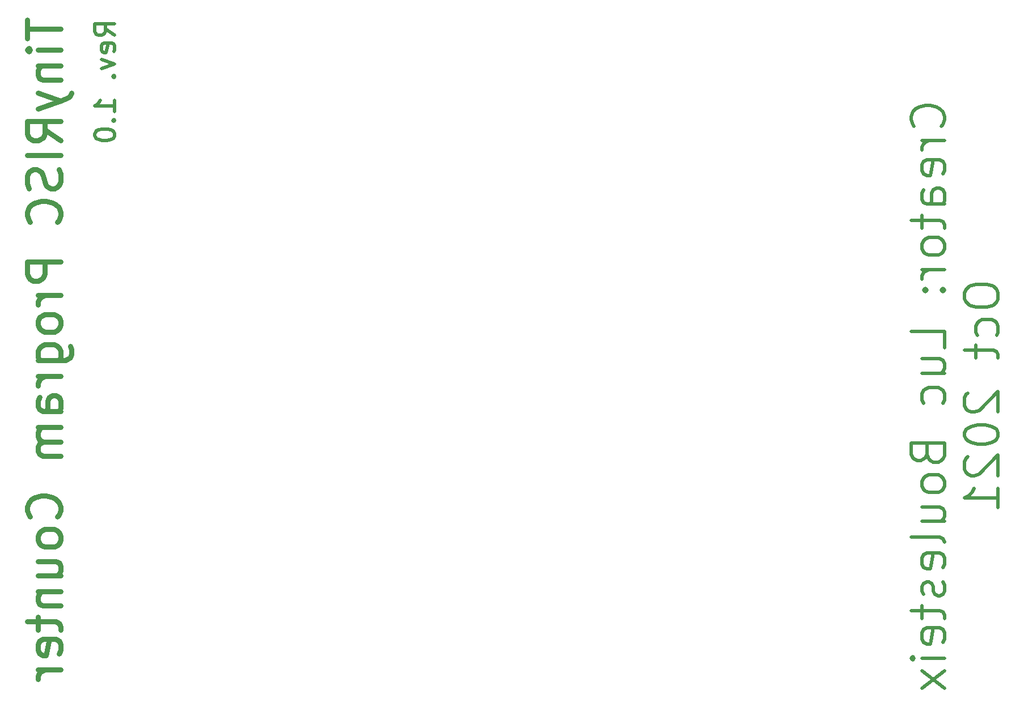
<source format=gbr>
%TF.GenerationSoftware,KiCad,Pcbnew,(5.1.10)-1*%
%TF.CreationDate,2021-10-27T19:24:49+02:00*%
%TF.ProjectId,Program Counter,50726f67-7261-46d2-9043-6f756e746572,rev1.0*%
%TF.SameCoordinates,Original*%
%TF.FileFunction,Legend,Bot*%
%TF.FilePolarity,Positive*%
%FSLAX46Y46*%
G04 Gerber Fmt 4.6, Leading zero omitted, Abs format (unit mm)*
G04 Created by KiCad (PCBNEW (5.1.10)-1) date 2021-10-27 19:24:49*
%MOMM*%
%LPD*%
G01*
G04 APERTURE LIST*
%ADD10C,0.500000*%
%ADD11C,0.800000*%
G04 APERTURE END LIST*
D10*
X84357142Y-35071428D02*
X82928571Y-34071428D01*
X84357142Y-33357142D02*
X81357142Y-33357142D01*
X81357142Y-34500000D01*
X81500000Y-34785714D01*
X81642857Y-34928571D01*
X81928571Y-35071428D01*
X82357142Y-35071428D01*
X82642857Y-34928571D01*
X82785714Y-34785714D01*
X82928571Y-34500000D01*
X82928571Y-33357142D01*
X84214285Y-37500000D02*
X84357142Y-37214285D01*
X84357142Y-36642857D01*
X84214285Y-36357142D01*
X83928571Y-36214285D01*
X82785714Y-36214285D01*
X82500000Y-36357142D01*
X82357142Y-36642857D01*
X82357142Y-37214285D01*
X82500000Y-37500000D01*
X82785714Y-37642857D01*
X83071428Y-37642857D01*
X83357142Y-36214285D01*
X82357142Y-38642857D02*
X84357142Y-39357142D01*
X82357142Y-40071428D01*
X84071428Y-41214285D02*
X84214285Y-41357142D01*
X84357142Y-41214285D01*
X84214285Y-41071428D01*
X84071428Y-41214285D01*
X84357142Y-41214285D01*
X84357142Y-46500000D02*
X84357142Y-44785714D01*
X84357142Y-45642857D02*
X81357142Y-45642857D01*
X81785714Y-45357142D01*
X82071428Y-45071428D01*
X82214285Y-44785714D01*
X84071428Y-47785714D02*
X84214285Y-47928571D01*
X84357142Y-47785714D01*
X84214285Y-47642857D01*
X84071428Y-47785714D01*
X84357142Y-47785714D01*
X81357142Y-49785714D02*
X81357142Y-50071428D01*
X81500000Y-50357142D01*
X81642857Y-50500000D01*
X81928571Y-50642857D01*
X82500000Y-50785714D01*
X83214285Y-50785714D01*
X83785714Y-50642857D01*
X84071428Y-50500000D01*
X84214285Y-50357142D01*
X84357142Y-50071428D01*
X84357142Y-49785714D01*
X84214285Y-49500000D01*
X84071428Y-49357142D01*
X83785714Y-49214285D01*
X83214285Y-49071428D01*
X82500000Y-49071428D01*
X81928571Y-49214285D01*
X81642857Y-49357142D01*
X81500000Y-49500000D01*
X81357142Y-49785714D01*
D11*
X71261904Y-32714285D02*
X71261904Y-35571428D01*
X76261904Y-34142857D02*
X71261904Y-34142857D01*
X76261904Y-37238095D02*
X72928571Y-37238095D01*
X71261904Y-37238095D02*
X71500000Y-37000000D01*
X71738095Y-37238095D01*
X71500000Y-37476190D01*
X71261904Y-37238095D01*
X71738095Y-37238095D01*
X72928571Y-39619047D02*
X76261904Y-39619047D01*
X73404761Y-39619047D02*
X73166666Y-39857142D01*
X72928571Y-40333333D01*
X72928571Y-41047619D01*
X73166666Y-41523809D01*
X73642857Y-41761904D01*
X76261904Y-41761904D01*
X72928571Y-43666666D02*
X76261904Y-44857142D01*
X72928571Y-46047619D02*
X76261904Y-44857142D01*
X77452380Y-44380952D01*
X77690476Y-44142857D01*
X77928571Y-43666666D01*
X76261904Y-50809523D02*
X73880952Y-49142857D01*
X76261904Y-47952380D02*
X71261904Y-47952380D01*
X71261904Y-49857142D01*
X71500000Y-50333333D01*
X71738095Y-50571428D01*
X72214285Y-50809523D01*
X72928571Y-50809523D01*
X73404761Y-50571428D01*
X73642857Y-50333333D01*
X73880952Y-49857142D01*
X73880952Y-47952380D01*
X76261904Y-52952380D02*
X71261904Y-52952380D01*
X76023809Y-55095238D02*
X76261904Y-55809523D01*
X76261904Y-56999999D01*
X76023809Y-57476190D01*
X75785714Y-57714285D01*
X75309523Y-57952380D01*
X74833333Y-57952380D01*
X74357142Y-57714285D01*
X74119047Y-57476190D01*
X73880952Y-56999999D01*
X73642857Y-56047619D01*
X73404761Y-55571428D01*
X73166666Y-55333333D01*
X72690476Y-55095238D01*
X72214285Y-55095238D01*
X71738095Y-55333333D01*
X71500000Y-55571428D01*
X71261904Y-56047619D01*
X71261904Y-57238095D01*
X71500000Y-57952380D01*
X75785714Y-62952380D02*
X76023809Y-62714285D01*
X76261904Y-61999999D01*
X76261904Y-61523809D01*
X76023809Y-60809523D01*
X75547619Y-60333333D01*
X75071428Y-60095238D01*
X74119047Y-59857142D01*
X73404761Y-59857142D01*
X72452380Y-60095238D01*
X71976190Y-60333333D01*
X71500000Y-60809523D01*
X71261904Y-61523809D01*
X71261904Y-61999999D01*
X71500000Y-62714285D01*
X71738095Y-62952380D01*
X76261904Y-68904761D02*
X71261904Y-68904761D01*
X71261904Y-70809523D01*
X71500000Y-71285714D01*
X71738095Y-71523809D01*
X72214285Y-71761904D01*
X72928571Y-71761904D01*
X73404761Y-71523809D01*
X73642857Y-71285714D01*
X73880952Y-70809523D01*
X73880952Y-68904761D01*
X76261904Y-73904761D02*
X72928571Y-73904761D01*
X73880952Y-73904761D02*
X73404761Y-74142857D01*
X73166666Y-74380952D01*
X72928571Y-74857142D01*
X72928571Y-75333333D01*
X76261904Y-77714285D02*
X76023809Y-77238095D01*
X75785714Y-76999999D01*
X75309523Y-76761904D01*
X73880952Y-76761904D01*
X73404761Y-76999999D01*
X73166666Y-77238095D01*
X72928571Y-77714285D01*
X72928571Y-78428571D01*
X73166666Y-78904761D01*
X73404761Y-79142857D01*
X73880952Y-79380952D01*
X75309523Y-79380952D01*
X75785714Y-79142857D01*
X76023809Y-78904761D01*
X76261904Y-78428571D01*
X76261904Y-77714285D01*
X72928571Y-83666666D02*
X76976190Y-83666666D01*
X77452380Y-83428571D01*
X77690476Y-83190476D01*
X77928571Y-82714285D01*
X77928571Y-81999999D01*
X77690476Y-81523809D01*
X76023809Y-83666666D02*
X76261904Y-83190476D01*
X76261904Y-82238095D01*
X76023809Y-81761904D01*
X75785714Y-81523809D01*
X75309523Y-81285714D01*
X73880952Y-81285714D01*
X73404761Y-81523809D01*
X73166666Y-81761904D01*
X72928571Y-82238095D01*
X72928571Y-83190476D01*
X73166666Y-83666666D01*
X76261904Y-86047619D02*
X72928571Y-86047619D01*
X73880952Y-86047619D02*
X73404761Y-86285714D01*
X73166666Y-86523809D01*
X72928571Y-86999999D01*
X72928571Y-87476190D01*
X76261904Y-91285714D02*
X73642857Y-91285714D01*
X73166666Y-91047619D01*
X72928571Y-90571428D01*
X72928571Y-89619047D01*
X73166666Y-89142857D01*
X76023809Y-91285714D02*
X76261904Y-90809523D01*
X76261904Y-89619047D01*
X76023809Y-89142857D01*
X75547619Y-88904761D01*
X75071428Y-88904761D01*
X74595238Y-89142857D01*
X74357142Y-89619047D01*
X74357142Y-90809523D01*
X74119047Y-91285714D01*
X76261904Y-93666666D02*
X72928571Y-93666666D01*
X73404761Y-93666666D02*
X73166666Y-93904761D01*
X72928571Y-94380952D01*
X72928571Y-95095238D01*
X73166666Y-95571428D01*
X73642857Y-95809523D01*
X76261904Y-95809523D01*
X73642857Y-95809523D02*
X73166666Y-96047619D01*
X72928571Y-96523809D01*
X72928571Y-97238095D01*
X73166666Y-97714285D01*
X73642857Y-97952380D01*
X76261904Y-97952380D01*
X75785714Y-106999999D02*
X76023809Y-106761904D01*
X76261904Y-106047619D01*
X76261904Y-105571428D01*
X76023809Y-104857142D01*
X75547619Y-104380952D01*
X75071428Y-104142857D01*
X74119047Y-103904761D01*
X73404761Y-103904761D01*
X72452380Y-104142857D01*
X71976190Y-104380952D01*
X71500000Y-104857142D01*
X71261904Y-105571428D01*
X71261904Y-106047619D01*
X71500000Y-106761904D01*
X71738095Y-106999999D01*
X76261904Y-109857142D02*
X76023809Y-109380952D01*
X75785714Y-109142857D01*
X75309523Y-108904761D01*
X73880952Y-108904761D01*
X73404761Y-109142857D01*
X73166666Y-109380952D01*
X72928571Y-109857142D01*
X72928571Y-110571428D01*
X73166666Y-111047619D01*
X73404761Y-111285714D01*
X73880952Y-111523809D01*
X75309523Y-111523809D01*
X75785714Y-111285714D01*
X76023809Y-111047619D01*
X76261904Y-110571428D01*
X76261904Y-109857142D01*
X72928571Y-115809523D02*
X76261904Y-115809523D01*
X72928571Y-113666666D02*
X75547619Y-113666666D01*
X76023809Y-113904761D01*
X76261904Y-114380952D01*
X76261904Y-115095238D01*
X76023809Y-115571428D01*
X75785714Y-115809523D01*
X72928571Y-118190476D02*
X76261904Y-118190476D01*
X73404761Y-118190476D02*
X73166666Y-118428571D01*
X72928571Y-118904761D01*
X72928571Y-119619047D01*
X73166666Y-120095238D01*
X73642857Y-120333333D01*
X76261904Y-120333333D01*
X72928571Y-121999999D02*
X72928571Y-123904761D01*
X71261904Y-122714285D02*
X75547619Y-122714285D01*
X76023809Y-122952380D01*
X76261904Y-123428571D01*
X76261904Y-123904761D01*
X76023809Y-127476190D02*
X76261904Y-126999999D01*
X76261904Y-126047619D01*
X76023809Y-125571428D01*
X75547619Y-125333333D01*
X73642857Y-125333333D01*
X73166666Y-125571428D01*
X72928571Y-126047619D01*
X72928571Y-126999999D01*
X73166666Y-127476190D01*
X73642857Y-127714285D01*
X74119047Y-127714285D01*
X74595238Y-125333333D01*
X76261904Y-129857142D02*
X72928571Y-129857142D01*
X73880952Y-129857142D02*
X73404761Y-130095238D01*
X73166666Y-130333333D01*
X72928571Y-130809523D01*
X72928571Y-131285714D01*
D10*
X207785714Y-48642857D02*
X208023809Y-48404761D01*
X208261904Y-47690476D01*
X208261904Y-47214285D01*
X208023809Y-46500000D01*
X207547619Y-46023809D01*
X207071428Y-45785714D01*
X206119047Y-45547619D01*
X205404761Y-45547619D01*
X204452380Y-45785714D01*
X203976190Y-46023809D01*
X203500000Y-46500000D01*
X203261904Y-47214285D01*
X203261904Y-47690476D01*
X203500000Y-48404761D01*
X203738095Y-48642857D01*
X208261904Y-50785714D02*
X204928571Y-50785714D01*
X205880952Y-50785714D02*
X205404761Y-51023809D01*
X205166666Y-51261904D01*
X204928571Y-51738095D01*
X204928571Y-52214285D01*
X208023809Y-55785714D02*
X208261904Y-55309523D01*
X208261904Y-54357142D01*
X208023809Y-53880952D01*
X207547619Y-53642857D01*
X205642857Y-53642857D01*
X205166666Y-53880952D01*
X204928571Y-54357142D01*
X204928571Y-55309523D01*
X205166666Y-55785714D01*
X205642857Y-56023809D01*
X206119047Y-56023809D01*
X206595238Y-53642857D01*
X208261904Y-60309523D02*
X205642857Y-60309523D01*
X205166666Y-60071428D01*
X204928571Y-59595238D01*
X204928571Y-58642857D01*
X205166666Y-58166666D01*
X208023809Y-60309523D02*
X208261904Y-59833333D01*
X208261904Y-58642857D01*
X208023809Y-58166666D01*
X207547619Y-57928571D01*
X207071428Y-57928571D01*
X206595238Y-58166666D01*
X206357142Y-58642857D01*
X206357142Y-59833333D01*
X206119047Y-60309523D01*
X204928571Y-61976190D02*
X204928571Y-63880952D01*
X203261904Y-62690476D02*
X207547619Y-62690476D01*
X208023809Y-62928571D01*
X208261904Y-63404761D01*
X208261904Y-63880952D01*
X208261904Y-66261904D02*
X208023809Y-65785714D01*
X207785714Y-65547619D01*
X207309523Y-65309523D01*
X205880952Y-65309523D01*
X205404761Y-65547619D01*
X205166666Y-65785714D01*
X204928571Y-66261904D01*
X204928571Y-66976190D01*
X205166666Y-67452380D01*
X205404761Y-67690476D01*
X205880952Y-67928571D01*
X207309523Y-67928571D01*
X207785714Y-67690476D01*
X208023809Y-67452380D01*
X208261904Y-66976190D01*
X208261904Y-66261904D01*
X208261904Y-70071428D02*
X204928571Y-70071428D01*
X205880952Y-70071428D02*
X205404761Y-70309523D01*
X205166666Y-70547619D01*
X204928571Y-71023809D01*
X204928571Y-71499999D01*
X207785714Y-73166666D02*
X208023809Y-73404761D01*
X208261904Y-73166666D01*
X208023809Y-72928571D01*
X207785714Y-73166666D01*
X208261904Y-73166666D01*
X205166666Y-73166666D02*
X205404761Y-73404761D01*
X205642857Y-73166666D01*
X205404761Y-72928571D01*
X205166666Y-73166666D01*
X205642857Y-73166666D01*
X208261904Y-81738095D02*
X208261904Y-79357142D01*
X203261904Y-79357142D01*
X204928571Y-85547619D02*
X208261904Y-85547619D01*
X204928571Y-83404761D02*
X207547619Y-83404761D01*
X208023809Y-83642857D01*
X208261904Y-84119047D01*
X208261904Y-84833333D01*
X208023809Y-85309523D01*
X207785714Y-85547619D01*
X208023809Y-90071428D02*
X208261904Y-89595238D01*
X208261904Y-88642857D01*
X208023809Y-88166666D01*
X207785714Y-87928571D01*
X207309523Y-87690476D01*
X205880952Y-87690476D01*
X205404761Y-87928571D01*
X205166666Y-88166666D01*
X204928571Y-88642857D01*
X204928571Y-89595238D01*
X205166666Y-90071428D01*
X205642857Y-97690476D02*
X205880952Y-98404761D01*
X206119047Y-98642857D01*
X206595238Y-98880952D01*
X207309523Y-98880952D01*
X207785714Y-98642857D01*
X208023809Y-98404761D01*
X208261904Y-97928571D01*
X208261904Y-96023809D01*
X203261904Y-96023809D01*
X203261904Y-97690476D01*
X203500000Y-98166666D01*
X203738095Y-98404761D01*
X204214285Y-98642857D01*
X204690476Y-98642857D01*
X205166666Y-98404761D01*
X205404761Y-98166666D01*
X205642857Y-97690476D01*
X205642857Y-96023809D01*
X208261904Y-101738095D02*
X208023809Y-101261904D01*
X207785714Y-101023809D01*
X207309523Y-100785714D01*
X205880952Y-100785714D01*
X205404761Y-101023809D01*
X205166666Y-101261904D01*
X204928571Y-101738095D01*
X204928571Y-102452380D01*
X205166666Y-102928571D01*
X205404761Y-103166666D01*
X205880952Y-103404761D01*
X207309523Y-103404761D01*
X207785714Y-103166666D01*
X208023809Y-102928571D01*
X208261904Y-102452380D01*
X208261904Y-101738095D01*
X204928571Y-107690476D02*
X208261904Y-107690476D01*
X204928571Y-105547619D02*
X207547619Y-105547619D01*
X208023809Y-105785714D01*
X208261904Y-106261904D01*
X208261904Y-106976190D01*
X208023809Y-107452380D01*
X207785714Y-107690476D01*
X208261904Y-110785714D02*
X208023809Y-110309523D01*
X207547619Y-110071428D01*
X203261904Y-110071428D01*
X208023809Y-114595238D02*
X208261904Y-114119047D01*
X208261904Y-113166666D01*
X208023809Y-112690476D01*
X207547619Y-112452380D01*
X205642857Y-112452380D01*
X205166666Y-112690476D01*
X204928571Y-113166666D01*
X204928571Y-114119047D01*
X205166666Y-114595238D01*
X205642857Y-114833333D01*
X206119047Y-114833333D01*
X206595238Y-112452380D01*
X208023809Y-116738095D02*
X208261904Y-117214285D01*
X208261904Y-118166666D01*
X208023809Y-118642857D01*
X207547619Y-118880952D01*
X207309523Y-118880952D01*
X206833333Y-118642857D01*
X206595238Y-118166666D01*
X206595238Y-117452380D01*
X206357142Y-116976190D01*
X205880952Y-116738095D01*
X205642857Y-116738095D01*
X205166666Y-116976190D01*
X204928571Y-117452380D01*
X204928571Y-118166666D01*
X205166666Y-118642857D01*
X204928571Y-120309523D02*
X204928571Y-122214285D01*
X203261904Y-121023809D02*
X207547619Y-121023809D01*
X208023809Y-121261904D01*
X208261904Y-121738095D01*
X208261904Y-122214285D01*
X208023809Y-125785714D02*
X208261904Y-125309523D01*
X208261904Y-124357142D01*
X208023809Y-123880952D01*
X207547619Y-123642857D01*
X205642857Y-123642857D01*
X205166666Y-123880952D01*
X204928571Y-124357142D01*
X204928571Y-125309523D01*
X205166666Y-125785714D01*
X205642857Y-126023809D01*
X206119047Y-126023809D01*
X206595238Y-123642857D01*
X208261904Y-128166666D02*
X204928571Y-128166666D01*
X203261904Y-128166666D02*
X203500000Y-127928571D01*
X203738095Y-128166666D01*
X203500000Y-128404761D01*
X203261904Y-128166666D01*
X203738095Y-128166666D01*
X208261904Y-130071428D02*
X204928571Y-132690476D01*
X204928571Y-130071428D02*
X208261904Y-132690476D01*
X211261904Y-73523809D02*
X211261904Y-74476190D01*
X211500000Y-74952380D01*
X211976190Y-75428571D01*
X212928571Y-75666666D01*
X214595238Y-75666666D01*
X215547619Y-75428571D01*
X216023809Y-74952380D01*
X216261904Y-74476190D01*
X216261904Y-73523809D01*
X216023809Y-73047619D01*
X215547619Y-72571428D01*
X214595238Y-72333333D01*
X212928571Y-72333333D01*
X211976190Y-72571428D01*
X211500000Y-73047619D01*
X211261904Y-73523809D01*
X216023809Y-79952380D02*
X216261904Y-79476190D01*
X216261904Y-78523809D01*
X216023809Y-78047619D01*
X215785714Y-77809523D01*
X215309523Y-77571428D01*
X213880952Y-77571428D01*
X213404761Y-77809523D01*
X213166666Y-78047619D01*
X212928571Y-78523809D01*
X212928571Y-79476190D01*
X213166666Y-79952380D01*
X212928571Y-81380952D02*
X212928571Y-83285714D01*
X211261904Y-82095238D02*
X215547619Y-82095238D01*
X216023809Y-82333333D01*
X216261904Y-82809523D01*
X216261904Y-83285714D01*
X211738095Y-88523809D02*
X211500000Y-88761904D01*
X211261904Y-89238095D01*
X211261904Y-90428571D01*
X211500000Y-90904761D01*
X211738095Y-91142857D01*
X212214285Y-91380952D01*
X212690476Y-91380952D01*
X213404761Y-91142857D01*
X216261904Y-88285714D01*
X216261904Y-91380952D01*
X211261904Y-94476190D02*
X211261904Y-94952380D01*
X211500000Y-95428571D01*
X211738095Y-95666666D01*
X212214285Y-95904761D01*
X213166666Y-96142857D01*
X214357142Y-96142857D01*
X215309523Y-95904761D01*
X215785714Y-95666666D01*
X216023809Y-95428571D01*
X216261904Y-94952380D01*
X216261904Y-94476190D01*
X216023809Y-94000000D01*
X215785714Y-93761904D01*
X215309523Y-93523809D01*
X214357142Y-93285714D01*
X213166666Y-93285714D01*
X212214285Y-93523809D01*
X211738095Y-93761904D01*
X211500000Y-94000000D01*
X211261904Y-94476190D01*
X211738095Y-98047619D02*
X211500000Y-98285714D01*
X211261904Y-98761904D01*
X211261904Y-99952380D01*
X211500000Y-100428571D01*
X211738095Y-100666666D01*
X212214285Y-100904761D01*
X212690476Y-100904761D01*
X213404761Y-100666666D01*
X216261904Y-97809523D01*
X216261904Y-100904761D01*
X216261904Y-105666666D02*
X216261904Y-102809523D01*
X216261904Y-104238095D02*
X211261904Y-104238095D01*
X211976190Y-103761904D01*
X212452380Y-103285714D01*
X212690476Y-102809523D01*
M02*

</source>
